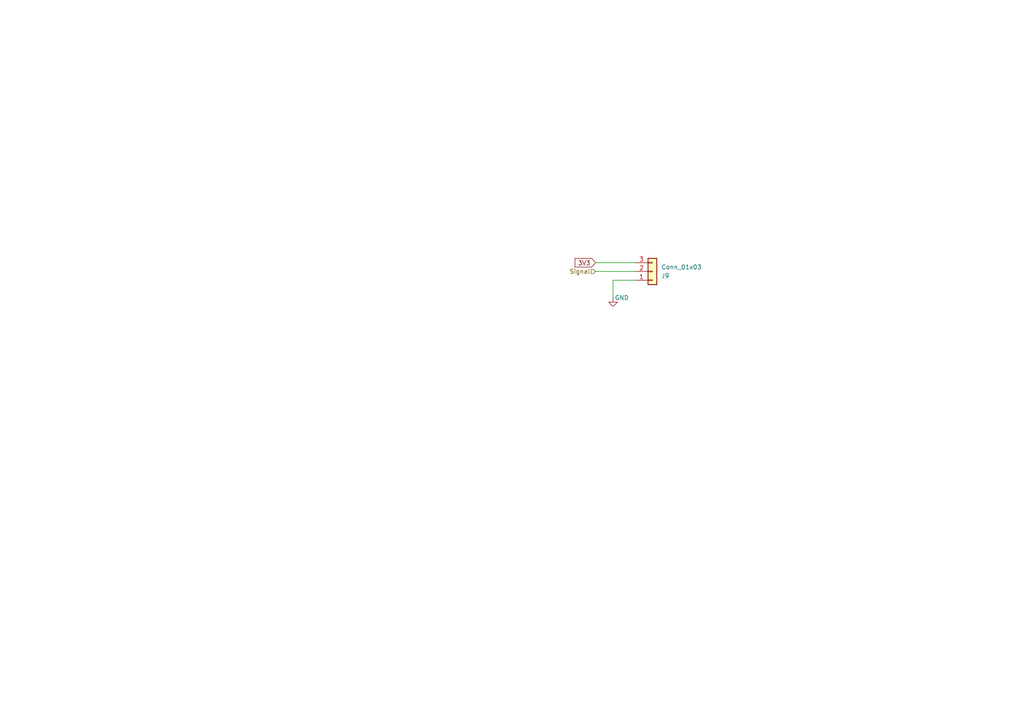
<source format=kicad_sch>
(kicad_sch (version 20230121) (generator eeschema)
  (paper "A4")
  (lib_symbols
    (symbol "Connector_Generic:Conn_01x03" (pin_names (offset 1.016) hide)
      (property "Reference" "J" (at 0 5.08 0))
      (property "Value" "Conn_01x03" (at 0 -5.08 0))
      (symbol "Conn_01x03_1_1"
        (rectangle (start -1.27 -2.413) (end 0 -2.667) (stroke (width 0.1524)))
        (rectangle (start -1.27 0.127) (end 0 -0.127) (stroke (width 0.1524)))
        (rectangle (start -1.27 2.667) (end 0 2.413) (stroke (width 0.1524)))
        (rectangle (start -1.27 3.81) (end 1.27 -3.81) (stroke (width 0.254)) (fill (type background)))
        (pin passive line (at -5.08 2.54 0) (length 3.81) (name "Pin_1") (number "1"))
        (pin passive line (at -5.08 0 0) (length 3.81) (name "Pin_2") (number "2"))
        (pin passive line (at -5.08 -2.54 0) (length 3.81) (name "Pin_3") (number "3"))
      )
    )
    (symbol "power:GND" (power) (pin_names (offset 0))
      (property "Value" "GND" (at 0 -3.81 0))
      (symbol "GND_0_1"
        (polyline (pts (xy 0 0) (xy 0 -1.27) (xy 1.27 -1.27) (xy 0 -2.54) (xy -1.27 -1.27) (xy 0 -1.27)))
      )
      (symbol "GND_1_1"
        (pin power_in line (at 0 0 270) (length 0) hide (name "GND") (number "1"))
      )
    )
  )
  (wire (pts (xy 172.72 78.74) (xy 184.15 78.74)))
  (wire (pts (xy 184.15 81.28) (xy 177.8 81.28)))
  (wire (pts (xy 172.72 76.2) (xy 184.15 76.2)))
  (wire (pts (xy 177.8 81.28) (xy 177.8 86.36)))
  (global_label "3V3" (shape input) (at 172.72 76.2 180) (property "Intersheetrefs" "${INTERSHEET_REFS}" (effects hide)))
  (hierarchical_label "Signal" (shape input) (at 172.72 78.74 180))
  (symbol (lib_id "power:GND") (at 177.8 86.36 0) (unit 1)
    (property "Reference" "#PWR040" (effects hide))
    (property "Value" "GND" (at 180.34 86.36 0))
  )
  (symbol (lib_id "Connector_Generic:Conn_01x03") (at 189.23 78.74 0) (mirror x) (unit 1)
    (property "Reference" "J9" (at 191.77 80.01 0) (effects (justify left)))
    (property "Value" "Conn_01x03" (at 191.77 77.47 0) (effects (justify left)))
  )
)
</source>
